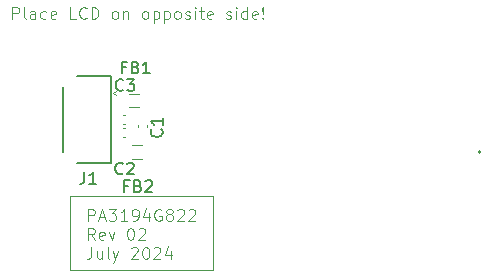
<source format=gbr>
%TF.GenerationSoftware,KiCad,Pcbnew,8.0.4*%
%TF.CreationDate,2024-07-27T11:55:36+02:00*%
%TF.ProjectId,PA3194G822_R02,50413331-3934-4473-9832-325f5230322e,2*%
%TF.SameCoordinates,Original*%
%TF.FileFunction,Legend,Top*%
%TF.FilePolarity,Positive*%
%FSLAX46Y46*%
G04 Gerber Fmt 4.6, Leading zero omitted, Abs format (unit mm)*
G04 Created by KiCad (PCBNEW 8.0.4) date 2024-07-27 11:55:36*
%MOMM*%
%LPD*%
G01*
G04 APERTURE LIST*
%ADD10C,0.100000*%
%ADD11C,0.150000*%
%ADD12C,0.120000*%
%ADD13C,0.152400*%
%ADD14C,0.200000*%
G04 APERTURE END LIST*
D10*
X113730000Y-106467500D02*
X125780000Y-106467500D01*
X125780000Y-112732500D01*
X113730000Y-112732500D01*
X113730000Y-106467500D01*
X108823884Y-91492419D02*
X108823884Y-90492419D01*
X108823884Y-90492419D02*
X109204836Y-90492419D01*
X109204836Y-90492419D02*
X109300074Y-90540038D01*
X109300074Y-90540038D02*
X109347693Y-90587657D01*
X109347693Y-90587657D02*
X109395312Y-90682895D01*
X109395312Y-90682895D02*
X109395312Y-90825752D01*
X109395312Y-90825752D02*
X109347693Y-90920990D01*
X109347693Y-90920990D02*
X109300074Y-90968609D01*
X109300074Y-90968609D02*
X109204836Y-91016228D01*
X109204836Y-91016228D02*
X108823884Y-91016228D01*
X109966741Y-91492419D02*
X109871503Y-91444800D01*
X109871503Y-91444800D02*
X109823884Y-91349561D01*
X109823884Y-91349561D02*
X109823884Y-90492419D01*
X110776265Y-91492419D02*
X110776265Y-90968609D01*
X110776265Y-90968609D02*
X110728646Y-90873371D01*
X110728646Y-90873371D02*
X110633408Y-90825752D01*
X110633408Y-90825752D02*
X110442932Y-90825752D01*
X110442932Y-90825752D02*
X110347694Y-90873371D01*
X110776265Y-91444800D02*
X110681027Y-91492419D01*
X110681027Y-91492419D02*
X110442932Y-91492419D01*
X110442932Y-91492419D02*
X110347694Y-91444800D01*
X110347694Y-91444800D02*
X110300075Y-91349561D01*
X110300075Y-91349561D02*
X110300075Y-91254323D01*
X110300075Y-91254323D02*
X110347694Y-91159085D01*
X110347694Y-91159085D02*
X110442932Y-91111466D01*
X110442932Y-91111466D02*
X110681027Y-91111466D01*
X110681027Y-91111466D02*
X110776265Y-91063847D01*
X111681027Y-91444800D02*
X111585789Y-91492419D01*
X111585789Y-91492419D02*
X111395313Y-91492419D01*
X111395313Y-91492419D02*
X111300075Y-91444800D01*
X111300075Y-91444800D02*
X111252456Y-91397180D01*
X111252456Y-91397180D02*
X111204837Y-91301942D01*
X111204837Y-91301942D02*
X111204837Y-91016228D01*
X111204837Y-91016228D02*
X111252456Y-90920990D01*
X111252456Y-90920990D02*
X111300075Y-90873371D01*
X111300075Y-90873371D02*
X111395313Y-90825752D01*
X111395313Y-90825752D02*
X111585789Y-90825752D01*
X111585789Y-90825752D02*
X111681027Y-90873371D01*
X112490551Y-91444800D02*
X112395313Y-91492419D01*
X112395313Y-91492419D02*
X112204837Y-91492419D01*
X112204837Y-91492419D02*
X112109599Y-91444800D01*
X112109599Y-91444800D02*
X112061980Y-91349561D01*
X112061980Y-91349561D02*
X112061980Y-90968609D01*
X112061980Y-90968609D02*
X112109599Y-90873371D01*
X112109599Y-90873371D02*
X112204837Y-90825752D01*
X112204837Y-90825752D02*
X112395313Y-90825752D01*
X112395313Y-90825752D02*
X112490551Y-90873371D01*
X112490551Y-90873371D02*
X112538170Y-90968609D01*
X112538170Y-90968609D02*
X112538170Y-91063847D01*
X112538170Y-91063847D02*
X112061980Y-91159085D01*
X114204837Y-91492419D02*
X113728647Y-91492419D01*
X113728647Y-91492419D02*
X113728647Y-90492419D01*
X115109599Y-91397180D02*
X115061980Y-91444800D01*
X115061980Y-91444800D02*
X114919123Y-91492419D01*
X114919123Y-91492419D02*
X114823885Y-91492419D01*
X114823885Y-91492419D02*
X114681028Y-91444800D01*
X114681028Y-91444800D02*
X114585790Y-91349561D01*
X114585790Y-91349561D02*
X114538171Y-91254323D01*
X114538171Y-91254323D02*
X114490552Y-91063847D01*
X114490552Y-91063847D02*
X114490552Y-90920990D01*
X114490552Y-90920990D02*
X114538171Y-90730514D01*
X114538171Y-90730514D02*
X114585790Y-90635276D01*
X114585790Y-90635276D02*
X114681028Y-90540038D01*
X114681028Y-90540038D02*
X114823885Y-90492419D01*
X114823885Y-90492419D02*
X114919123Y-90492419D01*
X114919123Y-90492419D02*
X115061980Y-90540038D01*
X115061980Y-90540038D02*
X115109599Y-90587657D01*
X115538171Y-91492419D02*
X115538171Y-90492419D01*
X115538171Y-90492419D02*
X115776266Y-90492419D01*
X115776266Y-90492419D02*
X115919123Y-90540038D01*
X115919123Y-90540038D02*
X116014361Y-90635276D01*
X116014361Y-90635276D02*
X116061980Y-90730514D01*
X116061980Y-90730514D02*
X116109599Y-90920990D01*
X116109599Y-90920990D02*
X116109599Y-91063847D01*
X116109599Y-91063847D02*
X116061980Y-91254323D01*
X116061980Y-91254323D02*
X116014361Y-91349561D01*
X116014361Y-91349561D02*
X115919123Y-91444800D01*
X115919123Y-91444800D02*
X115776266Y-91492419D01*
X115776266Y-91492419D02*
X115538171Y-91492419D01*
X117442933Y-91492419D02*
X117347695Y-91444800D01*
X117347695Y-91444800D02*
X117300076Y-91397180D01*
X117300076Y-91397180D02*
X117252457Y-91301942D01*
X117252457Y-91301942D02*
X117252457Y-91016228D01*
X117252457Y-91016228D02*
X117300076Y-90920990D01*
X117300076Y-90920990D02*
X117347695Y-90873371D01*
X117347695Y-90873371D02*
X117442933Y-90825752D01*
X117442933Y-90825752D02*
X117585790Y-90825752D01*
X117585790Y-90825752D02*
X117681028Y-90873371D01*
X117681028Y-90873371D02*
X117728647Y-90920990D01*
X117728647Y-90920990D02*
X117776266Y-91016228D01*
X117776266Y-91016228D02*
X117776266Y-91301942D01*
X117776266Y-91301942D02*
X117728647Y-91397180D01*
X117728647Y-91397180D02*
X117681028Y-91444800D01*
X117681028Y-91444800D02*
X117585790Y-91492419D01*
X117585790Y-91492419D02*
X117442933Y-91492419D01*
X118204838Y-90825752D02*
X118204838Y-91492419D01*
X118204838Y-90920990D02*
X118252457Y-90873371D01*
X118252457Y-90873371D02*
X118347695Y-90825752D01*
X118347695Y-90825752D02*
X118490552Y-90825752D01*
X118490552Y-90825752D02*
X118585790Y-90873371D01*
X118585790Y-90873371D02*
X118633409Y-90968609D01*
X118633409Y-90968609D02*
X118633409Y-91492419D01*
X120014362Y-91492419D02*
X119919124Y-91444800D01*
X119919124Y-91444800D02*
X119871505Y-91397180D01*
X119871505Y-91397180D02*
X119823886Y-91301942D01*
X119823886Y-91301942D02*
X119823886Y-91016228D01*
X119823886Y-91016228D02*
X119871505Y-90920990D01*
X119871505Y-90920990D02*
X119919124Y-90873371D01*
X119919124Y-90873371D02*
X120014362Y-90825752D01*
X120014362Y-90825752D02*
X120157219Y-90825752D01*
X120157219Y-90825752D02*
X120252457Y-90873371D01*
X120252457Y-90873371D02*
X120300076Y-90920990D01*
X120300076Y-90920990D02*
X120347695Y-91016228D01*
X120347695Y-91016228D02*
X120347695Y-91301942D01*
X120347695Y-91301942D02*
X120300076Y-91397180D01*
X120300076Y-91397180D02*
X120252457Y-91444800D01*
X120252457Y-91444800D02*
X120157219Y-91492419D01*
X120157219Y-91492419D02*
X120014362Y-91492419D01*
X120776267Y-90825752D02*
X120776267Y-91825752D01*
X120776267Y-90873371D02*
X120871505Y-90825752D01*
X120871505Y-90825752D02*
X121061981Y-90825752D01*
X121061981Y-90825752D02*
X121157219Y-90873371D01*
X121157219Y-90873371D02*
X121204838Y-90920990D01*
X121204838Y-90920990D02*
X121252457Y-91016228D01*
X121252457Y-91016228D02*
X121252457Y-91301942D01*
X121252457Y-91301942D02*
X121204838Y-91397180D01*
X121204838Y-91397180D02*
X121157219Y-91444800D01*
X121157219Y-91444800D02*
X121061981Y-91492419D01*
X121061981Y-91492419D02*
X120871505Y-91492419D01*
X120871505Y-91492419D02*
X120776267Y-91444800D01*
X121681029Y-90825752D02*
X121681029Y-91825752D01*
X121681029Y-90873371D02*
X121776267Y-90825752D01*
X121776267Y-90825752D02*
X121966743Y-90825752D01*
X121966743Y-90825752D02*
X122061981Y-90873371D01*
X122061981Y-90873371D02*
X122109600Y-90920990D01*
X122109600Y-90920990D02*
X122157219Y-91016228D01*
X122157219Y-91016228D02*
X122157219Y-91301942D01*
X122157219Y-91301942D02*
X122109600Y-91397180D01*
X122109600Y-91397180D02*
X122061981Y-91444800D01*
X122061981Y-91444800D02*
X121966743Y-91492419D01*
X121966743Y-91492419D02*
X121776267Y-91492419D01*
X121776267Y-91492419D02*
X121681029Y-91444800D01*
X122728648Y-91492419D02*
X122633410Y-91444800D01*
X122633410Y-91444800D02*
X122585791Y-91397180D01*
X122585791Y-91397180D02*
X122538172Y-91301942D01*
X122538172Y-91301942D02*
X122538172Y-91016228D01*
X122538172Y-91016228D02*
X122585791Y-90920990D01*
X122585791Y-90920990D02*
X122633410Y-90873371D01*
X122633410Y-90873371D02*
X122728648Y-90825752D01*
X122728648Y-90825752D02*
X122871505Y-90825752D01*
X122871505Y-90825752D02*
X122966743Y-90873371D01*
X122966743Y-90873371D02*
X123014362Y-90920990D01*
X123014362Y-90920990D02*
X123061981Y-91016228D01*
X123061981Y-91016228D02*
X123061981Y-91301942D01*
X123061981Y-91301942D02*
X123014362Y-91397180D01*
X123014362Y-91397180D02*
X122966743Y-91444800D01*
X122966743Y-91444800D02*
X122871505Y-91492419D01*
X122871505Y-91492419D02*
X122728648Y-91492419D01*
X123442934Y-91444800D02*
X123538172Y-91492419D01*
X123538172Y-91492419D02*
X123728648Y-91492419D01*
X123728648Y-91492419D02*
X123823886Y-91444800D01*
X123823886Y-91444800D02*
X123871505Y-91349561D01*
X123871505Y-91349561D02*
X123871505Y-91301942D01*
X123871505Y-91301942D02*
X123823886Y-91206704D01*
X123823886Y-91206704D02*
X123728648Y-91159085D01*
X123728648Y-91159085D02*
X123585791Y-91159085D01*
X123585791Y-91159085D02*
X123490553Y-91111466D01*
X123490553Y-91111466D02*
X123442934Y-91016228D01*
X123442934Y-91016228D02*
X123442934Y-90968609D01*
X123442934Y-90968609D02*
X123490553Y-90873371D01*
X123490553Y-90873371D02*
X123585791Y-90825752D01*
X123585791Y-90825752D02*
X123728648Y-90825752D01*
X123728648Y-90825752D02*
X123823886Y-90873371D01*
X124300077Y-91492419D02*
X124300077Y-90825752D01*
X124300077Y-90492419D02*
X124252458Y-90540038D01*
X124252458Y-90540038D02*
X124300077Y-90587657D01*
X124300077Y-90587657D02*
X124347696Y-90540038D01*
X124347696Y-90540038D02*
X124300077Y-90492419D01*
X124300077Y-90492419D02*
X124300077Y-90587657D01*
X124633410Y-90825752D02*
X125014362Y-90825752D01*
X124776267Y-90492419D02*
X124776267Y-91349561D01*
X124776267Y-91349561D02*
X124823886Y-91444800D01*
X124823886Y-91444800D02*
X124919124Y-91492419D01*
X124919124Y-91492419D02*
X125014362Y-91492419D01*
X125728648Y-91444800D02*
X125633410Y-91492419D01*
X125633410Y-91492419D02*
X125442934Y-91492419D01*
X125442934Y-91492419D02*
X125347696Y-91444800D01*
X125347696Y-91444800D02*
X125300077Y-91349561D01*
X125300077Y-91349561D02*
X125300077Y-90968609D01*
X125300077Y-90968609D02*
X125347696Y-90873371D01*
X125347696Y-90873371D02*
X125442934Y-90825752D01*
X125442934Y-90825752D02*
X125633410Y-90825752D01*
X125633410Y-90825752D02*
X125728648Y-90873371D01*
X125728648Y-90873371D02*
X125776267Y-90968609D01*
X125776267Y-90968609D02*
X125776267Y-91063847D01*
X125776267Y-91063847D02*
X125300077Y-91159085D01*
X126919125Y-91444800D02*
X127014363Y-91492419D01*
X127014363Y-91492419D02*
X127204839Y-91492419D01*
X127204839Y-91492419D02*
X127300077Y-91444800D01*
X127300077Y-91444800D02*
X127347696Y-91349561D01*
X127347696Y-91349561D02*
X127347696Y-91301942D01*
X127347696Y-91301942D02*
X127300077Y-91206704D01*
X127300077Y-91206704D02*
X127204839Y-91159085D01*
X127204839Y-91159085D02*
X127061982Y-91159085D01*
X127061982Y-91159085D02*
X126966744Y-91111466D01*
X126966744Y-91111466D02*
X126919125Y-91016228D01*
X126919125Y-91016228D02*
X126919125Y-90968609D01*
X126919125Y-90968609D02*
X126966744Y-90873371D01*
X126966744Y-90873371D02*
X127061982Y-90825752D01*
X127061982Y-90825752D02*
X127204839Y-90825752D01*
X127204839Y-90825752D02*
X127300077Y-90873371D01*
X127776268Y-91492419D02*
X127776268Y-90825752D01*
X127776268Y-90492419D02*
X127728649Y-90540038D01*
X127728649Y-90540038D02*
X127776268Y-90587657D01*
X127776268Y-90587657D02*
X127823887Y-90540038D01*
X127823887Y-90540038D02*
X127776268Y-90492419D01*
X127776268Y-90492419D02*
X127776268Y-90587657D01*
X128681029Y-91492419D02*
X128681029Y-90492419D01*
X128681029Y-91444800D02*
X128585791Y-91492419D01*
X128585791Y-91492419D02*
X128395315Y-91492419D01*
X128395315Y-91492419D02*
X128300077Y-91444800D01*
X128300077Y-91444800D02*
X128252458Y-91397180D01*
X128252458Y-91397180D02*
X128204839Y-91301942D01*
X128204839Y-91301942D02*
X128204839Y-91016228D01*
X128204839Y-91016228D02*
X128252458Y-90920990D01*
X128252458Y-90920990D02*
X128300077Y-90873371D01*
X128300077Y-90873371D02*
X128395315Y-90825752D01*
X128395315Y-90825752D02*
X128585791Y-90825752D01*
X128585791Y-90825752D02*
X128681029Y-90873371D01*
X129538172Y-91444800D02*
X129442934Y-91492419D01*
X129442934Y-91492419D02*
X129252458Y-91492419D01*
X129252458Y-91492419D02*
X129157220Y-91444800D01*
X129157220Y-91444800D02*
X129109601Y-91349561D01*
X129109601Y-91349561D02*
X129109601Y-90968609D01*
X129109601Y-90968609D02*
X129157220Y-90873371D01*
X129157220Y-90873371D02*
X129252458Y-90825752D01*
X129252458Y-90825752D02*
X129442934Y-90825752D01*
X129442934Y-90825752D02*
X129538172Y-90873371D01*
X129538172Y-90873371D02*
X129585791Y-90968609D01*
X129585791Y-90968609D02*
X129585791Y-91063847D01*
X129585791Y-91063847D02*
X129109601Y-91159085D01*
X130014363Y-91397180D02*
X130061982Y-91444800D01*
X130061982Y-91444800D02*
X130014363Y-91492419D01*
X130014363Y-91492419D02*
X129966744Y-91444800D01*
X129966744Y-91444800D02*
X130014363Y-91397180D01*
X130014363Y-91397180D02*
X130014363Y-91492419D01*
X130014363Y-91111466D02*
X129966744Y-90540038D01*
X129966744Y-90540038D02*
X130014363Y-90492419D01*
X130014363Y-90492419D02*
X130061982Y-90540038D01*
X130061982Y-90540038D02*
X130014363Y-91111466D01*
X130014363Y-91111466D02*
X130014363Y-90492419D01*
X115223884Y-108582531D02*
X115223884Y-107582531D01*
X115223884Y-107582531D02*
X115604836Y-107582531D01*
X115604836Y-107582531D02*
X115700074Y-107630150D01*
X115700074Y-107630150D02*
X115747693Y-107677769D01*
X115747693Y-107677769D02*
X115795312Y-107773007D01*
X115795312Y-107773007D02*
X115795312Y-107915864D01*
X115795312Y-107915864D02*
X115747693Y-108011102D01*
X115747693Y-108011102D02*
X115700074Y-108058721D01*
X115700074Y-108058721D02*
X115604836Y-108106340D01*
X115604836Y-108106340D02*
X115223884Y-108106340D01*
X116176265Y-108296816D02*
X116652455Y-108296816D01*
X116081027Y-108582531D02*
X116414360Y-107582531D01*
X116414360Y-107582531D02*
X116747693Y-108582531D01*
X116985789Y-107582531D02*
X117604836Y-107582531D01*
X117604836Y-107582531D02*
X117271503Y-107963483D01*
X117271503Y-107963483D02*
X117414360Y-107963483D01*
X117414360Y-107963483D02*
X117509598Y-108011102D01*
X117509598Y-108011102D02*
X117557217Y-108058721D01*
X117557217Y-108058721D02*
X117604836Y-108153959D01*
X117604836Y-108153959D02*
X117604836Y-108392054D01*
X117604836Y-108392054D02*
X117557217Y-108487292D01*
X117557217Y-108487292D02*
X117509598Y-108534912D01*
X117509598Y-108534912D02*
X117414360Y-108582531D01*
X117414360Y-108582531D02*
X117128646Y-108582531D01*
X117128646Y-108582531D02*
X117033408Y-108534912D01*
X117033408Y-108534912D02*
X116985789Y-108487292D01*
X118557217Y-108582531D02*
X117985789Y-108582531D01*
X118271503Y-108582531D02*
X118271503Y-107582531D01*
X118271503Y-107582531D02*
X118176265Y-107725388D01*
X118176265Y-107725388D02*
X118081027Y-107820626D01*
X118081027Y-107820626D02*
X117985789Y-107868245D01*
X119033408Y-108582531D02*
X119223884Y-108582531D01*
X119223884Y-108582531D02*
X119319122Y-108534912D01*
X119319122Y-108534912D02*
X119366741Y-108487292D01*
X119366741Y-108487292D02*
X119461979Y-108344435D01*
X119461979Y-108344435D02*
X119509598Y-108153959D01*
X119509598Y-108153959D02*
X119509598Y-107773007D01*
X119509598Y-107773007D02*
X119461979Y-107677769D01*
X119461979Y-107677769D02*
X119414360Y-107630150D01*
X119414360Y-107630150D02*
X119319122Y-107582531D01*
X119319122Y-107582531D02*
X119128646Y-107582531D01*
X119128646Y-107582531D02*
X119033408Y-107630150D01*
X119033408Y-107630150D02*
X118985789Y-107677769D01*
X118985789Y-107677769D02*
X118938170Y-107773007D01*
X118938170Y-107773007D02*
X118938170Y-108011102D01*
X118938170Y-108011102D02*
X118985789Y-108106340D01*
X118985789Y-108106340D02*
X119033408Y-108153959D01*
X119033408Y-108153959D02*
X119128646Y-108201578D01*
X119128646Y-108201578D02*
X119319122Y-108201578D01*
X119319122Y-108201578D02*
X119414360Y-108153959D01*
X119414360Y-108153959D02*
X119461979Y-108106340D01*
X119461979Y-108106340D02*
X119509598Y-108011102D01*
X120366741Y-107915864D02*
X120366741Y-108582531D01*
X120128646Y-107534912D02*
X119890551Y-108249197D01*
X119890551Y-108249197D02*
X120509598Y-108249197D01*
X121414360Y-107630150D02*
X121319122Y-107582531D01*
X121319122Y-107582531D02*
X121176265Y-107582531D01*
X121176265Y-107582531D02*
X121033408Y-107630150D01*
X121033408Y-107630150D02*
X120938170Y-107725388D01*
X120938170Y-107725388D02*
X120890551Y-107820626D01*
X120890551Y-107820626D02*
X120842932Y-108011102D01*
X120842932Y-108011102D02*
X120842932Y-108153959D01*
X120842932Y-108153959D02*
X120890551Y-108344435D01*
X120890551Y-108344435D02*
X120938170Y-108439673D01*
X120938170Y-108439673D02*
X121033408Y-108534912D01*
X121033408Y-108534912D02*
X121176265Y-108582531D01*
X121176265Y-108582531D02*
X121271503Y-108582531D01*
X121271503Y-108582531D02*
X121414360Y-108534912D01*
X121414360Y-108534912D02*
X121461979Y-108487292D01*
X121461979Y-108487292D02*
X121461979Y-108153959D01*
X121461979Y-108153959D02*
X121271503Y-108153959D01*
X122033408Y-108011102D02*
X121938170Y-107963483D01*
X121938170Y-107963483D02*
X121890551Y-107915864D01*
X121890551Y-107915864D02*
X121842932Y-107820626D01*
X121842932Y-107820626D02*
X121842932Y-107773007D01*
X121842932Y-107773007D02*
X121890551Y-107677769D01*
X121890551Y-107677769D02*
X121938170Y-107630150D01*
X121938170Y-107630150D02*
X122033408Y-107582531D01*
X122033408Y-107582531D02*
X122223884Y-107582531D01*
X122223884Y-107582531D02*
X122319122Y-107630150D01*
X122319122Y-107630150D02*
X122366741Y-107677769D01*
X122366741Y-107677769D02*
X122414360Y-107773007D01*
X122414360Y-107773007D02*
X122414360Y-107820626D01*
X122414360Y-107820626D02*
X122366741Y-107915864D01*
X122366741Y-107915864D02*
X122319122Y-107963483D01*
X122319122Y-107963483D02*
X122223884Y-108011102D01*
X122223884Y-108011102D02*
X122033408Y-108011102D01*
X122033408Y-108011102D02*
X121938170Y-108058721D01*
X121938170Y-108058721D02*
X121890551Y-108106340D01*
X121890551Y-108106340D02*
X121842932Y-108201578D01*
X121842932Y-108201578D02*
X121842932Y-108392054D01*
X121842932Y-108392054D02*
X121890551Y-108487292D01*
X121890551Y-108487292D02*
X121938170Y-108534912D01*
X121938170Y-108534912D02*
X122033408Y-108582531D01*
X122033408Y-108582531D02*
X122223884Y-108582531D01*
X122223884Y-108582531D02*
X122319122Y-108534912D01*
X122319122Y-108534912D02*
X122366741Y-108487292D01*
X122366741Y-108487292D02*
X122414360Y-108392054D01*
X122414360Y-108392054D02*
X122414360Y-108201578D01*
X122414360Y-108201578D02*
X122366741Y-108106340D01*
X122366741Y-108106340D02*
X122319122Y-108058721D01*
X122319122Y-108058721D02*
X122223884Y-108011102D01*
X122795313Y-107677769D02*
X122842932Y-107630150D01*
X122842932Y-107630150D02*
X122938170Y-107582531D01*
X122938170Y-107582531D02*
X123176265Y-107582531D01*
X123176265Y-107582531D02*
X123271503Y-107630150D01*
X123271503Y-107630150D02*
X123319122Y-107677769D01*
X123319122Y-107677769D02*
X123366741Y-107773007D01*
X123366741Y-107773007D02*
X123366741Y-107868245D01*
X123366741Y-107868245D02*
X123319122Y-108011102D01*
X123319122Y-108011102D02*
X122747694Y-108582531D01*
X122747694Y-108582531D02*
X123366741Y-108582531D01*
X123747694Y-107677769D02*
X123795313Y-107630150D01*
X123795313Y-107630150D02*
X123890551Y-107582531D01*
X123890551Y-107582531D02*
X124128646Y-107582531D01*
X124128646Y-107582531D02*
X124223884Y-107630150D01*
X124223884Y-107630150D02*
X124271503Y-107677769D01*
X124271503Y-107677769D02*
X124319122Y-107773007D01*
X124319122Y-107773007D02*
X124319122Y-107868245D01*
X124319122Y-107868245D02*
X124271503Y-108011102D01*
X124271503Y-108011102D02*
X123700075Y-108582531D01*
X123700075Y-108582531D02*
X124319122Y-108582531D01*
X115795312Y-110192475D02*
X115461979Y-109716284D01*
X115223884Y-110192475D02*
X115223884Y-109192475D01*
X115223884Y-109192475D02*
X115604836Y-109192475D01*
X115604836Y-109192475D02*
X115700074Y-109240094D01*
X115700074Y-109240094D02*
X115747693Y-109287713D01*
X115747693Y-109287713D02*
X115795312Y-109382951D01*
X115795312Y-109382951D02*
X115795312Y-109525808D01*
X115795312Y-109525808D02*
X115747693Y-109621046D01*
X115747693Y-109621046D02*
X115700074Y-109668665D01*
X115700074Y-109668665D02*
X115604836Y-109716284D01*
X115604836Y-109716284D02*
X115223884Y-109716284D01*
X116604836Y-110144856D02*
X116509598Y-110192475D01*
X116509598Y-110192475D02*
X116319122Y-110192475D01*
X116319122Y-110192475D02*
X116223884Y-110144856D01*
X116223884Y-110144856D02*
X116176265Y-110049617D01*
X116176265Y-110049617D02*
X116176265Y-109668665D01*
X116176265Y-109668665D02*
X116223884Y-109573427D01*
X116223884Y-109573427D02*
X116319122Y-109525808D01*
X116319122Y-109525808D02*
X116509598Y-109525808D01*
X116509598Y-109525808D02*
X116604836Y-109573427D01*
X116604836Y-109573427D02*
X116652455Y-109668665D01*
X116652455Y-109668665D02*
X116652455Y-109763903D01*
X116652455Y-109763903D02*
X116176265Y-109859141D01*
X116985789Y-109525808D02*
X117223884Y-110192475D01*
X117223884Y-110192475D02*
X117461979Y-109525808D01*
X118795313Y-109192475D02*
X118890551Y-109192475D01*
X118890551Y-109192475D02*
X118985789Y-109240094D01*
X118985789Y-109240094D02*
X119033408Y-109287713D01*
X119033408Y-109287713D02*
X119081027Y-109382951D01*
X119081027Y-109382951D02*
X119128646Y-109573427D01*
X119128646Y-109573427D02*
X119128646Y-109811522D01*
X119128646Y-109811522D02*
X119081027Y-110001998D01*
X119081027Y-110001998D02*
X119033408Y-110097236D01*
X119033408Y-110097236D02*
X118985789Y-110144856D01*
X118985789Y-110144856D02*
X118890551Y-110192475D01*
X118890551Y-110192475D02*
X118795313Y-110192475D01*
X118795313Y-110192475D02*
X118700075Y-110144856D01*
X118700075Y-110144856D02*
X118652456Y-110097236D01*
X118652456Y-110097236D02*
X118604837Y-110001998D01*
X118604837Y-110001998D02*
X118557218Y-109811522D01*
X118557218Y-109811522D02*
X118557218Y-109573427D01*
X118557218Y-109573427D02*
X118604837Y-109382951D01*
X118604837Y-109382951D02*
X118652456Y-109287713D01*
X118652456Y-109287713D02*
X118700075Y-109240094D01*
X118700075Y-109240094D02*
X118795313Y-109192475D01*
X119509599Y-109287713D02*
X119557218Y-109240094D01*
X119557218Y-109240094D02*
X119652456Y-109192475D01*
X119652456Y-109192475D02*
X119890551Y-109192475D01*
X119890551Y-109192475D02*
X119985789Y-109240094D01*
X119985789Y-109240094D02*
X120033408Y-109287713D01*
X120033408Y-109287713D02*
X120081027Y-109382951D01*
X120081027Y-109382951D02*
X120081027Y-109478189D01*
X120081027Y-109478189D02*
X120033408Y-109621046D01*
X120033408Y-109621046D02*
X119461980Y-110192475D01*
X119461980Y-110192475D02*
X120081027Y-110192475D01*
X115509598Y-110802419D02*
X115509598Y-111516704D01*
X115509598Y-111516704D02*
X115461979Y-111659561D01*
X115461979Y-111659561D02*
X115366741Y-111754800D01*
X115366741Y-111754800D02*
X115223884Y-111802419D01*
X115223884Y-111802419D02*
X115128646Y-111802419D01*
X116414360Y-111135752D02*
X116414360Y-111802419D01*
X115985789Y-111135752D02*
X115985789Y-111659561D01*
X115985789Y-111659561D02*
X116033408Y-111754800D01*
X116033408Y-111754800D02*
X116128646Y-111802419D01*
X116128646Y-111802419D02*
X116271503Y-111802419D01*
X116271503Y-111802419D02*
X116366741Y-111754800D01*
X116366741Y-111754800D02*
X116414360Y-111707180D01*
X117033408Y-111802419D02*
X116938170Y-111754800D01*
X116938170Y-111754800D02*
X116890551Y-111659561D01*
X116890551Y-111659561D02*
X116890551Y-110802419D01*
X117319123Y-111135752D02*
X117557218Y-111802419D01*
X117795313Y-111135752D02*
X117557218Y-111802419D01*
X117557218Y-111802419D02*
X117461980Y-112040514D01*
X117461980Y-112040514D02*
X117414361Y-112088133D01*
X117414361Y-112088133D02*
X117319123Y-112135752D01*
X118890552Y-110897657D02*
X118938171Y-110850038D01*
X118938171Y-110850038D02*
X119033409Y-110802419D01*
X119033409Y-110802419D02*
X119271504Y-110802419D01*
X119271504Y-110802419D02*
X119366742Y-110850038D01*
X119366742Y-110850038D02*
X119414361Y-110897657D01*
X119414361Y-110897657D02*
X119461980Y-110992895D01*
X119461980Y-110992895D02*
X119461980Y-111088133D01*
X119461980Y-111088133D02*
X119414361Y-111230990D01*
X119414361Y-111230990D02*
X118842933Y-111802419D01*
X118842933Y-111802419D02*
X119461980Y-111802419D01*
X120081028Y-110802419D02*
X120176266Y-110802419D01*
X120176266Y-110802419D02*
X120271504Y-110850038D01*
X120271504Y-110850038D02*
X120319123Y-110897657D01*
X120319123Y-110897657D02*
X120366742Y-110992895D01*
X120366742Y-110992895D02*
X120414361Y-111183371D01*
X120414361Y-111183371D02*
X120414361Y-111421466D01*
X120414361Y-111421466D02*
X120366742Y-111611942D01*
X120366742Y-111611942D02*
X120319123Y-111707180D01*
X120319123Y-111707180D02*
X120271504Y-111754800D01*
X120271504Y-111754800D02*
X120176266Y-111802419D01*
X120176266Y-111802419D02*
X120081028Y-111802419D01*
X120081028Y-111802419D02*
X119985790Y-111754800D01*
X119985790Y-111754800D02*
X119938171Y-111707180D01*
X119938171Y-111707180D02*
X119890552Y-111611942D01*
X119890552Y-111611942D02*
X119842933Y-111421466D01*
X119842933Y-111421466D02*
X119842933Y-111183371D01*
X119842933Y-111183371D02*
X119890552Y-110992895D01*
X119890552Y-110992895D02*
X119938171Y-110897657D01*
X119938171Y-110897657D02*
X119985790Y-110850038D01*
X119985790Y-110850038D02*
X120081028Y-110802419D01*
X120795314Y-110897657D02*
X120842933Y-110850038D01*
X120842933Y-110850038D02*
X120938171Y-110802419D01*
X120938171Y-110802419D02*
X121176266Y-110802419D01*
X121176266Y-110802419D02*
X121271504Y-110850038D01*
X121271504Y-110850038D02*
X121319123Y-110897657D01*
X121319123Y-110897657D02*
X121366742Y-110992895D01*
X121366742Y-110992895D02*
X121366742Y-111088133D01*
X121366742Y-111088133D02*
X121319123Y-111230990D01*
X121319123Y-111230990D02*
X120747695Y-111802419D01*
X120747695Y-111802419D02*
X121366742Y-111802419D01*
X122223885Y-111135752D02*
X122223885Y-111802419D01*
X121985790Y-110754800D02*
X121747695Y-111469085D01*
X121747695Y-111469085D02*
X122366742Y-111469085D01*
D11*
X118173333Y-104559580D02*
X118125714Y-104607200D01*
X118125714Y-104607200D02*
X117982857Y-104654819D01*
X117982857Y-104654819D02*
X117887619Y-104654819D01*
X117887619Y-104654819D02*
X117744762Y-104607200D01*
X117744762Y-104607200D02*
X117649524Y-104511961D01*
X117649524Y-104511961D02*
X117601905Y-104416723D01*
X117601905Y-104416723D02*
X117554286Y-104226247D01*
X117554286Y-104226247D02*
X117554286Y-104083390D01*
X117554286Y-104083390D02*
X117601905Y-103892914D01*
X117601905Y-103892914D02*
X117649524Y-103797676D01*
X117649524Y-103797676D02*
X117744762Y-103702438D01*
X117744762Y-103702438D02*
X117887619Y-103654819D01*
X117887619Y-103654819D02*
X117982857Y-103654819D01*
X117982857Y-103654819D02*
X118125714Y-103702438D01*
X118125714Y-103702438D02*
X118173333Y-103750057D01*
X118554286Y-103750057D02*
X118601905Y-103702438D01*
X118601905Y-103702438D02*
X118697143Y-103654819D01*
X118697143Y-103654819D02*
X118935238Y-103654819D01*
X118935238Y-103654819D02*
X119030476Y-103702438D01*
X119030476Y-103702438D02*
X119078095Y-103750057D01*
X119078095Y-103750057D02*
X119125714Y-103845295D01*
X119125714Y-103845295D02*
X119125714Y-103940533D01*
X119125714Y-103940533D02*
X119078095Y-104083390D01*
X119078095Y-104083390D02*
X118506667Y-104654819D01*
X118506667Y-104654819D02*
X119125714Y-104654819D01*
X121449580Y-100841666D02*
X121497200Y-100889285D01*
X121497200Y-100889285D02*
X121544819Y-101032142D01*
X121544819Y-101032142D02*
X121544819Y-101127380D01*
X121544819Y-101127380D02*
X121497200Y-101270237D01*
X121497200Y-101270237D02*
X121401961Y-101365475D01*
X121401961Y-101365475D02*
X121306723Y-101413094D01*
X121306723Y-101413094D02*
X121116247Y-101460713D01*
X121116247Y-101460713D02*
X120973390Y-101460713D01*
X120973390Y-101460713D02*
X120782914Y-101413094D01*
X120782914Y-101413094D02*
X120687676Y-101365475D01*
X120687676Y-101365475D02*
X120592438Y-101270237D01*
X120592438Y-101270237D02*
X120544819Y-101127380D01*
X120544819Y-101127380D02*
X120544819Y-101032142D01*
X120544819Y-101032142D02*
X120592438Y-100889285D01*
X120592438Y-100889285D02*
X120640057Y-100841666D01*
X121544819Y-99889285D02*
X121544819Y-100460713D01*
X121544819Y-100174999D02*
X120544819Y-100174999D01*
X120544819Y-100174999D02*
X120687676Y-100270237D01*
X120687676Y-100270237D02*
X120782914Y-100365475D01*
X120782914Y-100365475D02*
X120830533Y-100460713D01*
X118406666Y-95581009D02*
X118073333Y-95581009D01*
X118073333Y-96104819D02*
X118073333Y-95104819D01*
X118073333Y-95104819D02*
X118549523Y-95104819D01*
X119263809Y-95581009D02*
X119406666Y-95628628D01*
X119406666Y-95628628D02*
X119454285Y-95676247D01*
X119454285Y-95676247D02*
X119501904Y-95771485D01*
X119501904Y-95771485D02*
X119501904Y-95914342D01*
X119501904Y-95914342D02*
X119454285Y-96009580D01*
X119454285Y-96009580D02*
X119406666Y-96057200D01*
X119406666Y-96057200D02*
X119311428Y-96104819D01*
X119311428Y-96104819D02*
X118930476Y-96104819D01*
X118930476Y-96104819D02*
X118930476Y-95104819D01*
X118930476Y-95104819D02*
X119263809Y-95104819D01*
X119263809Y-95104819D02*
X119359047Y-95152438D01*
X119359047Y-95152438D02*
X119406666Y-95200057D01*
X119406666Y-95200057D02*
X119454285Y-95295295D01*
X119454285Y-95295295D02*
X119454285Y-95390533D01*
X119454285Y-95390533D02*
X119406666Y-95485771D01*
X119406666Y-95485771D02*
X119359047Y-95533390D01*
X119359047Y-95533390D02*
X119263809Y-95581009D01*
X119263809Y-95581009D02*
X118930476Y-95581009D01*
X120454285Y-96104819D02*
X119882857Y-96104819D01*
X120168571Y-96104819D02*
X120168571Y-95104819D01*
X120168571Y-95104819D02*
X120073333Y-95247676D01*
X120073333Y-95247676D02*
X119978095Y-95342914D01*
X119978095Y-95342914D02*
X119882857Y-95390533D01*
X114906666Y-104454819D02*
X114906666Y-105169104D01*
X114906666Y-105169104D02*
X114859047Y-105311961D01*
X114859047Y-105311961D02*
X114763809Y-105407200D01*
X114763809Y-105407200D02*
X114620952Y-105454819D01*
X114620952Y-105454819D02*
X114525714Y-105454819D01*
X115906666Y-105454819D02*
X115335238Y-105454819D01*
X115620952Y-105454819D02*
X115620952Y-104454819D01*
X115620952Y-104454819D02*
X115525714Y-104597676D01*
X115525714Y-104597676D02*
X115430476Y-104692914D01*
X115430476Y-104692914D02*
X115335238Y-104740533D01*
X118606666Y-105606009D02*
X118273333Y-105606009D01*
X118273333Y-106129819D02*
X118273333Y-105129819D01*
X118273333Y-105129819D02*
X118749523Y-105129819D01*
X119463809Y-105606009D02*
X119606666Y-105653628D01*
X119606666Y-105653628D02*
X119654285Y-105701247D01*
X119654285Y-105701247D02*
X119701904Y-105796485D01*
X119701904Y-105796485D02*
X119701904Y-105939342D01*
X119701904Y-105939342D02*
X119654285Y-106034580D01*
X119654285Y-106034580D02*
X119606666Y-106082200D01*
X119606666Y-106082200D02*
X119511428Y-106129819D01*
X119511428Y-106129819D02*
X119130476Y-106129819D01*
X119130476Y-106129819D02*
X119130476Y-105129819D01*
X119130476Y-105129819D02*
X119463809Y-105129819D01*
X119463809Y-105129819D02*
X119559047Y-105177438D01*
X119559047Y-105177438D02*
X119606666Y-105225057D01*
X119606666Y-105225057D02*
X119654285Y-105320295D01*
X119654285Y-105320295D02*
X119654285Y-105415533D01*
X119654285Y-105415533D02*
X119606666Y-105510771D01*
X119606666Y-105510771D02*
X119559047Y-105558390D01*
X119559047Y-105558390D02*
X119463809Y-105606009D01*
X119463809Y-105606009D02*
X119130476Y-105606009D01*
X120082857Y-105225057D02*
X120130476Y-105177438D01*
X120130476Y-105177438D02*
X120225714Y-105129819D01*
X120225714Y-105129819D02*
X120463809Y-105129819D01*
X120463809Y-105129819D02*
X120559047Y-105177438D01*
X120559047Y-105177438D02*
X120606666Y-105225057D01*
X120606666Y-105225057D02*
X120654285Y-105320295D01*
X120654285Y-105320295D02*
X120654285Y-105415533D01*
X120654285Y-105415533D02*
X120606666Y-105558390D01*
X120606666Y-105558390D02*
X120035238Y-106129819D01*
X120035238Y-106129819D02*
X120654285Y-106129819D01*
X118198333Y-97484580D02*
X118150714Y-97532200D01*
X118150714Y-97532200D02*
X118007857Y-97579819D01*
X118007857Y-97579819D02*
X117912619Y-97579819D01*
X117912619Y-97579819D02*
X117769762Y-97532200D01*
X117769762Y-97532200D02*
X117674524Y-97436961D01*
X117674524Y-97436961D02*
X117626905Y-97341723D01*
X117626905Y-97341723D02*
X117579286Y-97151247D01*
X117579286Y-97151247D02*
X117579286Y-97008390D01*
X117579286Y-97008390D02*
X117626905Y-96817914D01*
X117626905Y-96817914D02*
X117674524Y-96722676D01*
X117674524Y-96722676D02*
X117769762Y-96627438D01*
X117769762Y-96627438D02*
X117912619Y-96579819D01*
X117912619Y-96579819D02*
X118007857Y-96579819D01*
X118007857Y-96579819D02*
X118150714Y-96627438D01*
X118150714Y-96627438D02*
X118198333Y-96675057D01*
X118531667Y-96579819D02*
X119150714Y-96579819D01*
X119150714Y-96579819D02*
X118817381Y-96960771D01*
X118817381Y-96960771D02*
X118960238Y-96960771D01*
X118960238Y-96960771D02*
X119055476Y-97008390D01*
X119055476Y-97008390D02*
X119103095Y-97056009D01*
X119103095Y-97056009D02*
X119150714Y-97151247D01*
X119150714Y-97151247D02*
X119150714Y-97389342D01*
X119150714Y-97389342D02*
X119103095Y-97484580D01*
X119103095Y-97484580D02*
X119055476Y-97532200D01*
X119055476Y-97532200D02*
X118960238Y-97579819D01*
X118960238Y-97579819D02*
X118674524Y-97579819D01*
X118674524Y-97579819D02*
X118579286Y-97532200D01*
X118579286Y-97532200D02*
X118531667Y-97484580D01*
D12*
%TO.C,C2*%
X118157164Y-100740000D02*
X118372836Y-100740000D01*
X118157164Y-101460000D02*
X118372836Y-101460000D01*
%TO.C,C1*%
X119480000Y-100682836D02*
X119480000Y-100467164D01*
X120200000Y-100682836D02*
X120200000Y-100467164D01*
%TO.C,FB1*%
X118740378Y-97815000D02*
X119539622Y-97815000D01*
X118740378Y-98935000D02*
X119539622Y-98935000D01*
D13*
%TO.C,J1*%
X113090376Y-97237683D02*
X113090376Y-102745517D01*
X114290000Y-103700000D02*
X117140000Y-103700000D01*
X117140000Y-96300000D02*
X114290000Y-96300000D01*
X117140000Y-103700000D02*
X117140000Y-96300000D01*
D10*
X117320000Y-97740000D02*
X117570000Y-97890000D01*
X117570000Y-97590000D02*
X117320000Y-97740000D01*
D12*
%TO.C,FB2*%
X119764622Y-102190000D02*
X118965378Y-102190000D01*
X119764622Y-103310000D02*
X118965378Y-103310000D01*
D14*
%TO.C,J2*%
X148470000Y-102740000D02*
G75*
G02*
X148270000Y-102740000I-100000J0D01*
G01*
X148270000Y-102740000D02*
G75*
G02*
X148470000Y-102740000I100000J0D01*
G01*
D12*
%TO.C,C3*%
X118157164Y-99640000D02*
X118372836Y-99640000D01*
X118157164Y-100360000D02*
X118372836Y-100360000D01*
%TD*%
M02*

</source>
